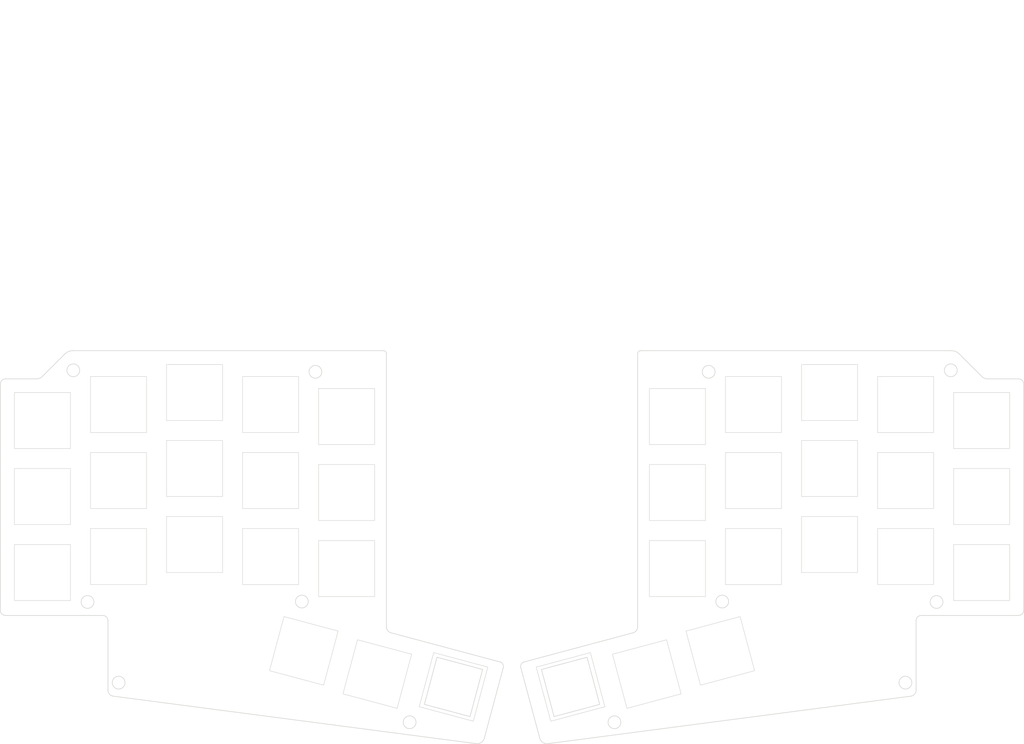
<source format=kicad_pcb>
(kicad_pcb (version 20221018) (generator pcbnew)
  (layers (0 "F.Cu" signal) (31 "B.Cu" signal) (34 "B.Paste" user) (35 "F.Paste" user) (36 "B.SilkS" user "B.Silkscreen") (37 "F.SilkS" user "F.Silkscreen") (38 "B.Mask" user) (39 "F.Mask" user) (44 "Edge.Cuts" user))
  (net 0 "")
  (footprint "jw_custom_footprint:CherryMX_Hotswap_cutout_switch_plate" (layer "F.Cu") (at 50.63948 99.035588)
    (fp_text reference "SW12" hide)
    (fp_text value "SW12")
    (fp_rect (start -7 -7) (end 7 7) (stroke (width 0.12)) (fill none) (layer "Edge.Cuts"))
  )
  (footprint "jw_custom_footprint:CherryMX_Hotswap_cutout_switch_plate" (layer "F.Cu") (at 50.63948 80.035988)
    (fp_text reference "SW7" hide)
    (fp_text value "SW7" hide)
    (fp_rect (start -7 -7) (end 7 7) (stroke (width 0.12)) (fill none) (layer "Edge.Cuts"))
  )
  (footprint "jw_custom_footprint:RotaryEncoder_Alps_EC11E-Switch_Vertical_H20mm_cutout_switch_plate" (layer "F.Cu") (at 134.340366 131.6271 165)
    (fp_text reference "EC1" hide)
    (fp_text value "Rotary_Encoder_Switch")
    (fp_rect (start -5.9 -6.1) (end 5.9 6.1) (stroke (width 0.15)) (fill none) (layer "Edge.Cuts"))
  )
  (footprint "jw_custom_footprint:MountingHole_3.2mm_M3_cutout" (layer "F.Cu") (at 99.840307 52.847744)
    (fp_text reference "TH1")
    (fp_text value "HOLE")
    (fp_circle (center 0 0) (end 1.6 0) (stroke (width 0.15)) (fill none) (layer "Edge.Cuts"))
  )
  (footprint "jw_custom_footprint:CherryMX_Hotswap_cutout_switch_plate" (layer "F.Cu") (at 96.937515 122.616333 -15)
    (fp_text reference "SW16" hide)
    (fp_text value "SW16")
    (fp_rect (start -7 -7) (end 7 7) (stroke (width 0.12)) (fill none) (layer "Edge.Cuts"))
  )
  (footprint "jw_custom_footprint:CherryMX_Hotswap_cutout_switch_plate" (layer "F.Cu") (at 31.63928 65.034988)
    (fp_text reference "SW1" hide)
    (fp_text value "SW1")
    (fp_rect (start -7 -7) (end 7 7) (stroke (width 0.12)) (fill none) (layer "Edge.Cuts"))
  )
  (footprint "jw_custom_footprint:CherryMX_Hotswap_cutout_switch_plate" (layer "F.Cu") (at 31.63928 84.035388)
    (fp_text reference "SW6" hide)
    (fp_text value "SW6")
    (fp_rect (start -7 -7) (end 7 7) (stroke (width 0.12)) (fill none) (layer "Edge.Cuts"))
  )
  (footprint "jw_custom_footprint:MountingHole_3.2mm_M3_cutout" (layer "F.Cu") (at 96.449352 110.286194)
    (fp_text reference "TH4" hide)
    (fp_text value "HOLE")
    (fp_circle (center 0 0) (end 1.6 0) (stroke (width 0.15)) (fill none) (layer "Edge.Cuts"))
  )
  (footprint "jw_custom_footprint:MountingHole_3.2mm_M3_cutout" (layer "F.Cu") (at 42.906152 110.390594)
    (fp_text reference "TH3")
    (fp_text value "HOLE")
    (fp_circle (center 0 0) (end 1.6 0) (stroke (width 0.15)) (fill none) (layer "Edge.Cuts"))
  )
  (footprint "jw_custom_footprint:CherryMX_Hotswap_cutout_switch_plate" (layer "F.Cu") (at 115.29949 128.411267 -15)
    (fp_text reference "SW17" hide)
    (fp_text value "SW17")
    (fp_rect (start -7 -7) (end 7 7) (stroke (width 0.12)) (fill none) (layer "Edge.Cuts"))
  )
  (footprint "jw_custom_footprint:CherryMX_Hotswap_cutout_switch_plate" (layer "F.Cu") (at 69.63888 96.025788)
    (fp_text reference "SW13" hide)
    (fp_text value "SW13")
    (fp_rect (start -7 -7) (end 7 7) (stroke (width 0.12)) (fill none) (layer "Edge.Cuts"))
  )
  (footprint "jw_custom_footprint:MountingHole_3.2mm_M3_cutout" (layer "F.Cu") (at 123.373352 140.464194)
    (fp_text reference "TH5")
    (fp_text value "HOLE")
    (fp_circle (center 0 0) (end 1.6 0) (stroke (width 0.15)) (fill none) (layer "Edge.Cuts"))
  )
  (footprint "jw_custom_footprint:CherryMX_Hotswap_cutout_switch_plate" (layer "F.Cu") (at 88.63908 61.035828)
    (fp_text reference "SW4" hide)
    (fp_text value "SW4" hide)
    (fp_rect (start -7 -7) (end 7 7) (stroke (width 0.12)) (fill none) (layer "Edge.Cuts"))
  )
  (footprint "jw_custom_footprint:CherryMX_Hotswap_cutout_switch_plate" (layer "F.Cu") (at 50.63948 61.036388)
    (fp_text reference "SW2" hide)
    (fp_text value "SW2" hide)
    (fp_rect (start -7 -7) (end 7 7) (stroke (width 0.12)) (fill none) (layer "Edge.Cuts"))
  )
  (footprint "jw_custom_footprint:CherryMX_Hotswap_cutout_switch_plate" (layer "F.Cu") (at 107.638778 64.036388)
    (fp_text reference "SW5" hide)
    (fp_text value "SW5" hide)
    (fp_rect (start -7 -7) (end 7 7) (stroke (width 0.12)) (fill none) (layer "Edge.Cuts"))
  )
  (footprint "jw_custom_footprint:CherryMX_Hotswap_cutout_switch_plate" (layer "F.Cu") (at 88.63908 99.036188)
    (fp_text reference "SW14" hide)
    (fp_text value "SW14")
    (fp_rect (start -7 -7) (end 7 7) (stroke (width 0.12)) (fill none) (layer "Edge.Cuts"))
  )
  (footprint "jw_custom_footprint:CherryMX_Hotswap_cutout_switch_plate" (layer "F.Cu") (at 134.340366 131.6271 -15)
    (fp_text reference "SW18" hide)
    (fp_text value "SW18")
    (fp_rect (start -7 -7) (end 7 7) (stroke (width 0.12)) (fill none) (layer "Edge.Cuts"))
  )
  (footprint "jw_custom_footprint:CherryMX_Hotswap_cutout_switch_plate" (layer "F.Cu") (at 107.638778 102.036188)
    (fp_text reference "SW15" hide)
    (fp_text value "SW15" hide)
    (fp_rect (start -7 -7) (end 7 7) (stroke (width 0.12)) (fill none) (layer "Edge.Cuts"))
  )
  (footprint "jw_custom_footprint:CherryMX_Hotswap_cutout_switch_plate" (layer "F.Cu") (at 88.63908 80.035788)
    (fp_text reference "SW9" hide)
    (fp_text value "SW9" hide)
    (fp_rect (start -7 -7) (end 7 7) (stroke (width 0.12)) (fill none) (layer "Edge.Cuts"))
  )
  (footprint "jw_custom_footprint:MountingHole_3.2mm_M3_cutout" (layer "F.Cu") (at 50.678552 130.558194)
    (fp_text reference "TH6")
    (fp_text value "HOLE")
    (fp_circle (center 0 0) (end 1.6 0) (stroke (width 0.15)) (fill none) (layer "Edge.Cuts"))
  )
  (footprint "jw_custom_footprint:CherryMX_Hotswap_cutout_switch_plate" (layer "F.Cu") (at 107.638778 83.036188)
    (fp_text reference "SW10" hide)
    (fp_text value "SW10" hide)
    (fp_rect (start -7 -7) (end 7 7) (stroke (width 0.12)) (fill none) (layer "Edge.Cuts"))
  )
  (footprint "jw_custom_footprint:CherryMX_Hotswap_cutout_switch_plate" (layer "F.Cu") (at 69.63888 58.025628)
    (fp_text reference "SW3" hide)
    (fp_text value "SW3")
    (fp_rect (start -7 -7) (end 7 7) (stroke (width 0.12)) (fill none) (layer "Edge.Cuts"))
  )
  (footprint "jw_custom_footprint:MountingHole_3.2mm_M3_cutout" (layer "F.Cu") (at 39.350152 52.478594)
    (fp_text reference "TH2")
    (fp_text value "HOLE")
    (fp_circle (center 0 0) (end 1.6 0) (stroke (width 0.15)) (fill none) (layer "Edge.Cuts"))
  )
  (footprint "jw_custom_footprint:CherryMX_Hotswap_cutout_switch_plate" (layer "F.Cu") (at 69.63888 77.025588)
    (fp_text reference "SW8" hide)
    (fp_text value "SW8")
    (fp_rect (start -7 -7) (end 7 7) (stroke (width 0.12)) (fill none) (layer "Edge.Cuts"))
  )
  (footprint "jw_custom_footprint:CherryMX_Hotswap_cutout_switch_plate" (layer "F.Cu") (at 31.63928 103.035788)
    (fp_text reference "SW11" hide)
    (fp_text value "SW11")
    (fp_rect (start -7 -7) (end 7 7) (stroke (width 0.12)) (fill none) (layer "Edge.Cuts"))
  )
  (footprint "jw_custom_footprint:CherryMX_Hotswap_cutout_switch_plate" (layer "B.Cu") (at 247.285222 99.035588 180)
    (fp_text reference "SW12" hide)
    (fp_text value "SW12")
    (fp_rect (start -7 7) (end 7 -7) (stroke (width 0.12)) (fill none) (layer "Edge.Cuts"))
  )
  (footprint "jw_custom_footprint:CherryMX_Hotswap_cutout_switch_plate" (layer "B.Cu") (at 182.625212 128.411267 -165)
    (fp_text reference "SW17" hide)
    (fp_text value "SW17")
    (fp_rect (start -7 7) (end 7 -7) (stroke (width 0.12)) (fill none) (layer "Edge.Cuts"))
  )
  (footprint "jw_custom_footprint:CherryMX_Hotswap_cutout_switch_plate" (layer "B.Cu") (at 190.285924 83.036188 180)
    (fp_text reference "SW10" hide)
    (fp_text value "SW10" hide)
    (fp_rect (start -7 7) (end 7 -7) (stroke (width 0.12)) (fill none) (layer "Edge.Cuts"))
  )
  (footprint "jw_custom_footprint:CherryMX_Hotswap_cutout_switch_plate" (layer "B.Cu") (at 266.285422 84.035388 180)
    (fp_text reference "SW6" hide)
    (fp_text value "SW6")
    (fp_rect (start -7 7) (end 7 -7) (stroke (width 0.12)) (fill none) (layer "Edge.Cuts"))
  )
  (footprint "jw_custom_footprint:MountingHole_3.2mm_M3_cutout" (layer "B.Cu") (at 174.55135 140.464194 180)
    (fp_text reference "TH5")
    (fp_text value "HOLE")
    (fp_circle (center 0 0) (end 1.6 0) (stroke (width 0.15)) (fill none) (layer "Edge.Cuts"))
  )
  (footprint "jw_custom_footprint:CherryMX_Hotswap_cutout_switch_plate" (layer "B.Cu") (at 209.285622 61.035828 180)
    (fp_text reference "SW4" hide)
    (fp_text value "SW4" hide)
    (fp_rect (start -7 7) (end 7 -7) (stroke (width 0.12)) (fill none) (layer "Edge.Cuts"))
  )
  (footprint "jw_custom_footprint:CherryMX_Hotswap_cutout_switch_plate" (layer "B.Cu") (at 163.584336 131.6271 -165)
    (fp_text reference "SW18" hide)
    (fp_text value "SW18")
    (fp_rect (start -7 7) (end 7 -7) (stroke (width 0.12)) (fill none) (layer "Edge.Cuts"))
  )
  (footprint "jw_custom_footprint:CherryMX_Hotswap_cutout_switch_plate" (layer "B.Cu") (at 266.285422 103.035788 180)
    (fp_text reference "SW11" hide)
    (fp_text value "SW11")
    (fp_rect (start -7 7) (end 7 -7) (stroke (width 0.12)) (fill none) (layer "Edge.Cuts"))
  )
  (footprint "jw_custom_footprint:CherryMX_Hotswap_cutout_switch_plate" (layer "B.Cu") (at 228.285822 77.025588 180)
    (fp_text reference "SW8" hide)
    (fp_text value "SW8")
    (fp_rect (start -7 7) (end 7 -7) (stroke (width 0.12)) (fill none) (layer "Edge.Cuts"))
  )
  (footprint "jw_custom_footprint:CherryMX_Hotswap_cutout_switch_plate" (layer "B.Cu") (at 228.285822 58.025628 180)
    (fp_text reference "SW3" hide)
    (fp_text value "SW3")
    (fp_rect (start -7 7) (end 7 -7) (stroke (width 0.12)) (fill none) (layer "Edge.Cuts"))
  )
  (footprint "jw_custom_footprint:CherryMX_Hotswap_cutout_switch_plate" (layer "B.Cu") (at 266.285422 65.034988 180)
    (fp_text reference "SW1" hide)
    (fp_text value "SW1")
    (fp_rect (start -7 7) (end 7 -7) (stroke (width 0.12)) (fill none) (layer "Edge.Cuts"))
  )
  (footprint "jw_custom_footprint:CherryMX_Hotswap_cutout_switch_plate" (layer "B.Cu") (at 228.285822 96.025788 180)
    (fp_text reference "SW13" hide)
    (fp_text value "SW13")
    (fp_rect (start -7 7) (end 7 -7) (stroke (width 0.12)) (fill none) (layer "Edge.Cuts"))
  )
  (footprint "jw_custom_footprint:MountingHole_3.2mm_M3_cutout" (layer "B.Cu") (at 255.01855 110.390594 180)
    (fp_text reference "TH3")
    (fp_text value "HOLE")
    (fp_circle (center 0 0) (end 1.6 0) (stroke (width 0.15)) (fill none) (layer "Edge.Cuts"))
  )
  (footprint "jw_custom_footprint:CherryMX_Hotswap_cutout_switch_plate" (layer "B.Cu") (at 190.285924 102.036188 180)
    (fp_text reference "SW15" hide)
    (fp_text value "SW15" hide)
    (fp_rect (start -7 7) (end 7 -7) (stroke (width 0.12)) (fill none) (layer "Edge.Cuts"))
  )
  (footprint "jw_custom_footprint:MountingHole_3.2mm_M3_cutout" (layer "B.Cu") (at 201.47535 110.286194 180)
    (fp_text reference "TH4" hide)
    (fp_text value "HOLE")
    (fp_circle (center 0 0) (end 1.6 0) (stroke (width 0.15)) (fill none) (layer "Edge.Cuts"))
  )
  (footprint "jw_custom_footprint:CherryMX_Hotswap_cutout_switch_plate" (layer "B.Cu") (at 209.285622 80.035788 180)
    (fp_text reference "SW9" hide)
    (fp_text value "SW9" hide)
    (fp_rect (start -7 7) (end 7 -7) (stroke (width 0.12)) (fill none) (layer "Edge.Cuts"))
  )
  (footprint "jw_custom_footprint:CherryMX_Hotswap_cutout_switch_plate" (layer "B.Cu") (at 209.285622 99.036188 180)
    (fp_text reference "SW14" hide)
    (fp_text value "SW14")
    (fp_rect (start -7 7) (end 7 -7) (stroke (width 0.12)) (fill none) (layer "Edge.Cuts"))
  )
  (footprint "jw_custom_footprint:MountingHole_3.2mm_M3_cutout" (layer "B.Cu") (at 198.084395 52.847744 180)
    (fp_text reference "TH1")
    (fp_text value "HOLE")
    (fp_circle (center 0 0) (end 1.6 0) (stroke (width 0.15)) (fill none) (layer "Edge.Cuts"))
  )
  (footprint "jw_custom_footprint:CherryMX_Hotswap_cutout_switch_plate" (layer "B.Cu") (at 190.285924 64.036388 180)
    (fp_text reference "SW5" hide)
    (fp_text value "SW5" hide)
    (fp_rect (start -7 7) (end 7 -7) (stroke (width 0.12)) (fill none) (layer "Edge.Cuts"))
  )
  (footprint "jw_custom_footprint:CherryMX_Hotswap_cutout_switch_plate" (layer "B.Cu") (at 200.987187 122.616333 -165)
    (fp_text reference "SW16" hide)
    (fp_text value "SW16")
    (fp_rect (start -7 7) (end 7 -7) (stroke (width 0.12)) (fill none) (layer "Edge.Cuts"))
  )
  (footprint "jw_custom_footprint:CherryMX_Hotswap_cutout_switch_plate" (layer "B.Cu") (at 247.285222 61.036388 180)
    (fp_text reference "SW2" hide)
    (fp_text value "SW2" hide)
    (fp_rect (start -7 7) (end 7 -7) (stroke (width 0.12)) (fill none) (layer "Edge.Cuts"))
  )
  (footprint "jw_custom_footprint:MountingHole_3.2mm_M3_cutout" (layer "B.Cu") (at 247.24615 130.558194 180)
    (fp_text reference "TH6")
    (fp_text value "HOLE")
    (fp_circle (center 0 0) (end 1.6 0) (stroke (width 0.15)) (fill none) (layer "Edge.Cuts"))
  )
  (footprint "jw_custom_footprint:MountingHole_3.2mm_M3_cutout" (layer "B.Cu") (at 258.57455 52.478594 180)
    (fp_text reference "TH2")
    (fp_text value "HOLE")
    (fp_circle (center 0 0) (end 1.6 0) (stroke (width 0.15)) (fill none) (layer "Edge.Cuts"))
  )
  (footprint "jw_custom_footprint:CherryMX_Hotswap_cutout_switch_plate" (layer "B.Cu") (at 247.285222 80.035988 180)
    (fp_text reference "SW7" hide)
    (fp_text value "SW7" hide)
    (fp_rect (start -7 7) (end 7 -7) (stroke (width 0.12)) (fill none) (layer "Edge.Cuts"))
  )
  (footprint "jw_custom_footprint:RotaryEncoder_Alps_EC11E-Switch_Vertical_H20mm_cutout_switch_plate" (layer "B.Cu") (at 163.584336 131.6271 15)
    (fp_text reference "EC1" hide)
    (fp_text value "Rotary_Encoder_Switch")
    (fp_rect (start -5.9 6.1) (end 5.9 -6.1) (stroke (width 0.15)) (fill none) (layer "Edge.Cuts"))
  )
  (gr_line (start 118.722737 118.09587) (end 146.004752 125.401994) (stroke (width 0.15)) (layer "Edge.Cuts"))
  (gr_arc (start 21.112952 55.971794) (mid 21.501596 55.012967) (end 22.459152 54.621228) (stroke (width 0.15)) (layer "Edge.Cuts"))
  (gr_arc (start 37.267352 48.363794) (mid 38.178284 47.766475) (end 39.248552 47.563694) (stroke (width 0.15)) (layer "Edge.Cuts"))
  (gr_arc (start 180.345888 116.613594) (mid 180.025103 117.548584) (end 179.201965 118.09587) (stroke (width 0.15)) (layer "Edge.Cuts"))
  (gr_arc (start 275.46555 54.621228) (mid 276.423086 55.012986) (end 276.81175 55.971794) (stroke (width 0.15)) (layer "Edge.Cuts"))
  (gr_line (start 275.44015 113.757024) (end 251.279492 113.757024) (stroke (width 0.15)) (layer "Edge.Cuts"))
  (gr_line (start 267.83505 54.621228) (end 275.46555 54.621228) (stroke (width 0.15)) (layer "Edge.Cuts"))
  (gr_line (start 276.810711 112.422594) (end 276.81175 55.971794) (stroke (width 0.15)) (layer "Edge.Cuts"))
  (gr_arc (start 276.810711 112.422594) (mid 276.410787 113.382884) (end 275.44015 113.757024) (stroke (width 0.15)) (layer "Edge.Cuts"))
  (gr_arc (start 258.67615 47.563694) (mid 259.746408 47.766488) (end 260.65735 48.363794) (stroke (width 0.15)) (layer "Edge.Cuts"))
  (gr_line (start 139.934152 145.798194) (end 49.306952 133.936394) (stroke (width 0.15)) (layer "Edge.Cuts"))
  (gr_line (start 116.807147 47.563694) (end 39.248552 47.563694) (stroke (width 0.15)) (layer "Edge.Cuts"))
  (gr_arc (start 146.004752 125.401994) (mid 146.675349 125.973474) (end 146.766752 126.849794) (stroke (width 0.15)) (layer "Edge.Cuts"))
  (gr_line (start 37.267352 48.363794) (end 31.613652 54.006594) (stroke (width 0.15)) (layer "Edge.Cuts"))
  (gr_line (start 151.15795 126.849794) (end 155.88235 144.401194) (stroke (width 0.15)) (layer "Edge.Cuts"))
  (gr_arc (start 22.484552 113.757024) (mid 21.513898 113.382902) (end 21.113991 112.422594) (stroke (width 0.15)) (layer "Edge.Cuts"))
  (gr_line (start 142.042352 144.401194) (end 146.766752 126.849794) (stroke (width 0.15)) (layer "Edge.Cuts"))
  (gr_line (start 22.459152 54.621228) (end 30.089652 54.621228) (stroke (width 0.15)) (layer "Edge.Cuts"))
  (gr_line (start 151.91995 125.401994) (end 179.201965 118.09587) (stroke (width 0.15)) (layer "Edge.Cuts"))
  (gr_arc (start 151.15795 126.849794) (mid 151.249367 125.973491) (end 151.91995 125.401994) (stroke (width 0.15)) (layer "Edge.Cuts"))
  (gr_line (start 48.015771 115.143296) (end 48.015771 132.386994) (stroke (width 0.15)) (layer "Edge.Cuts"))
  (gr_arc (start 118.722737 118.09587) (mid 117.899617 117.54856) (end 117.578814 116.613594) (stroke (width 0.15)) (layer "Edge.Cuts"))
  (gr_arc (start 116.807147 47.563694) (mid 117.353563 47.772976) (end 117.578814 48.312994) (stroke (width 0.15)) (layer "Edge.Cuts"))
  (gr_arc (start 267.83505 54.621228) (mid 267.00735 54.476809) (end 266.31105 54.006594) (stroke (width 0.15)) (layer "Edge.Cuts"))
  (gr_line (start 249.908931 132.386994) (end 249.908931 115.143296) (stroke (width 0.15)) (layer "Edge.Cuts"))
  (gr_arc (start 142.042352 144.401194) (mid 141.264682 145.516839) (end 139.934152 145.798194) (stroke (width 0.15)) (layer "Edge.Cuts"))
  (gr_line (start 258.67615 47.563694) (end 181.117555 47.563694) (stroke (width 0.15)) (layer "Edge.Cuts"))
  (gr_arc (start 249.908931 115.143296) (mid 250.28991 114.149298) (end 251.279492 113.757024) (stroke (width 0.15)) (layer "Edge.Cuts"))
  (gr_arc (start 31.613652 54.006594) (mid 30.917349 54.476798) (end 30.089652 54.621228) (stroke (width 0.15)) (layer "Edge.Cuts"))
  (gr_arc (start 157.99055 145.798194) (mid 156.660058 145.516823) (end 155.88235 144.401194) (stroke (width 0.15)) (layer "Edge.Cuts"))
  (gr_line (start 117.578814 48.312994) (end 117.578814 116.613594) (stroke (width 0.15)) (layer "Edge.Cuts"))
  (gr_line (start 21.112952 55.971794) (end 21.113991 112.422594) (stroke (width 0.15)) (layer "Edge.Cuts"))
  (gr_line (start 46.64521 113.757024) (end 22.484552 113.757024) (stroke (width 0.15)) (layer "Edge.Cuts"))
  (gr_arc (start 49.306952 133.936394) (mid 48.359813 133.412987) (end 48.015771 132.386994) (stroke (width 0.15)) (layer "Edge.Cuts"))
  (gr_line (start 180.345888 116.613594) (end 180.345888 48.312994) (stroke (width 0.15)) (layer "Edge.Cuts"))
  (gr_line (start 248.61775 133.936394) (end 157.99055 145.798194) (stroke (width 0.15)) (layer "Edge.Cuts"))
  (gr_arc (start 180.345888 48.312994) (mid 180.571157 47.772995) (end 181.117555 47.563694) (stroke (width 0.15)) (layer "Edge.Cuts"))
  (gr_line (start 266.31105 54.006594) (end 260.65735 48.363794) (stroke (width 0.15)) (layer "Edge.Cuts"))
  (gr_arc (start 249.908931 132.386994) (mid 249.564888 133.412986) (end 248.61775 133.936394) (stroke (width 0.15)) (layer "Edge.Cuts"))
  (gr_arc (start 46.64521 113.757024) (mid 47.634772 114.149318) (end 48.015771 115.143296) (stroke (width 0.15)) (layer "Edge.Cuts"))
)
</source>
